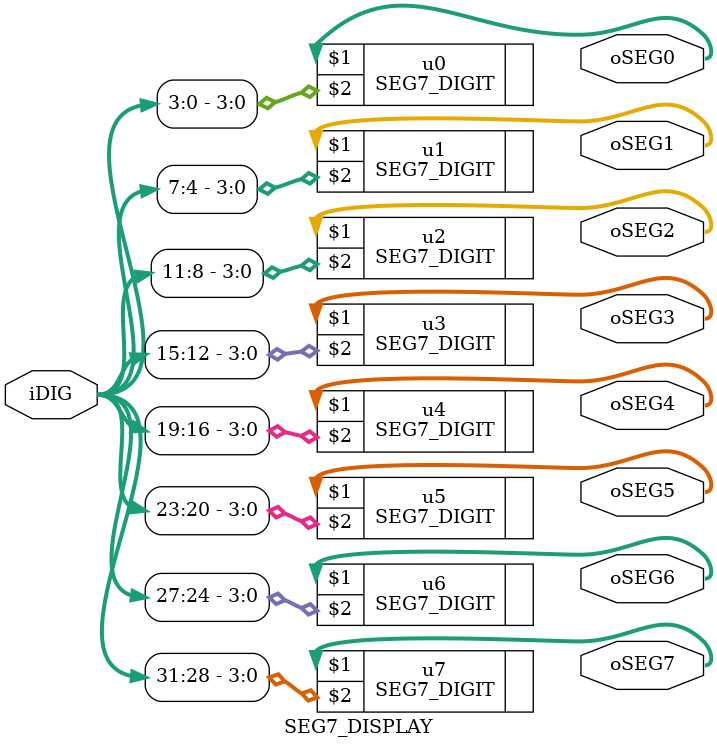
<source format=v>
module SEG7_DISPLAY(	oSEG0,oSEG1,oSEG2,oSEG3,oSEG4,oSEG5,oSEG6,oSEG7,iDIG );
input	[31:0]	iDIG;
output	[6:0]	oSEG0,oSEG1,oSEG2,oSEG3,oSEG4,oSEG5,oSEG6,oSEG7;

SEG7_DIGIT	u0	(	oSEG0,iDIG[3:0]		);
SEG7_DIGIT	u1	(	oSEG1,iDIG[7:4]		);
SEG7_DIGIT	u2	(	oSEG2,iDIG[11:8]	);
SEG7_DIGIT	u3	(	oSEG3,iDIG[15:12]	);
SEG7_DIGIT	u4	(	oSEG4,iDIG[19:16]	);
SEG7_DIGIT	u5	(	oSEG5,iDIG[23:20]	);
SEG7_DIGIT	u6	(	oSEG6,iDIG[27:24]	);
SEG7_DIGIT	u7	(	oSEG7,iDIG[31:28]	);

endmodule
</source>
